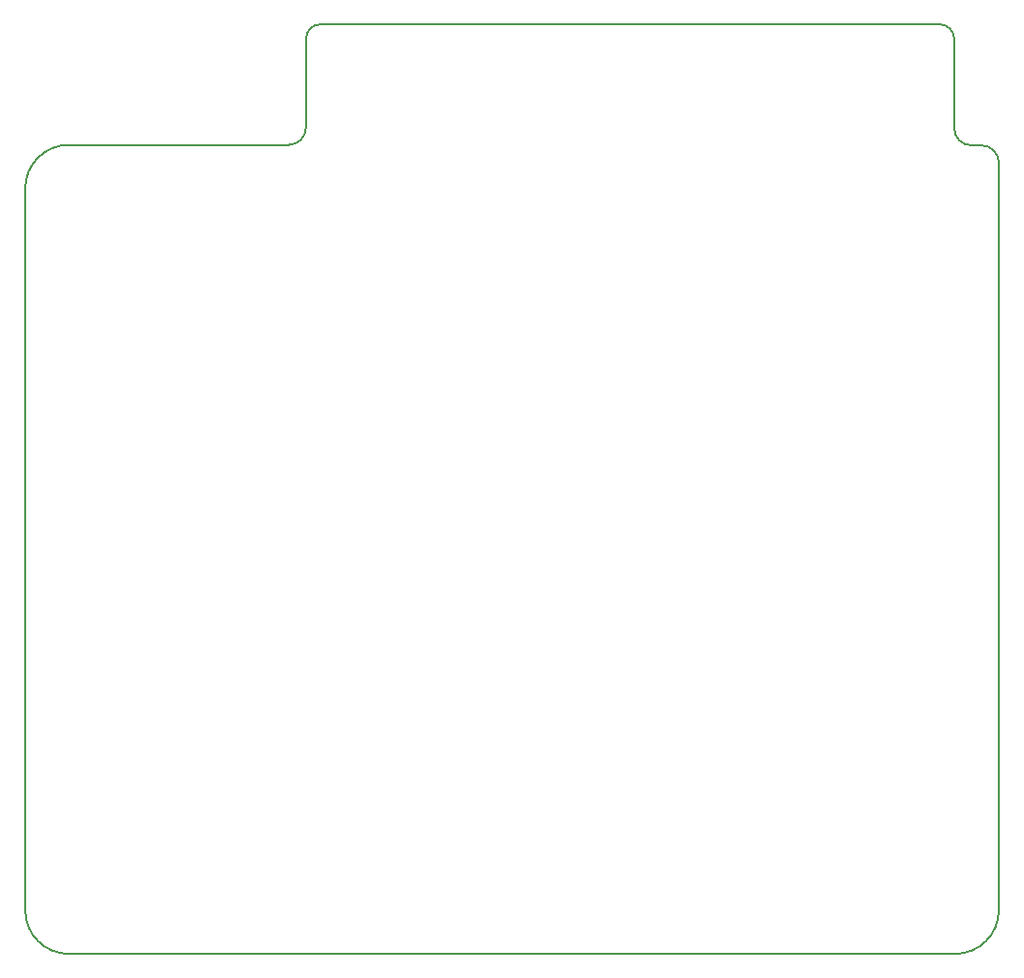
<source format=gbr>
G04 #@! TF.FileFunction,Profile,NP*
%FSLAX46Y46*%
G04 Gerber Fmt 4.6, Leading zero omitted, Abs format (unit mm)*
G04 Created by KiCad (PCBNEW 4.0.7) date 06/27/18 09:39:12*
%MOMM*%
%LPD*%
G01*
G04 APERTURE LIST*
%ADD10C,0.100000*%
%ADD11C,0.150000*%
G04 APERTURE END LIST*
D10*
D11*
X211607400Y-61391800D02*
X212471000Y-61391800D01*
X213995000Y-62915800D02*
G75*
G03X212471000Y-61391800I-1524000J0D01*
G01*
X210083400Y-59867800D02*
G75*
G03X211607400Y-61391800I1524000J0D01*
G01*
X210083400Y-52070000D02*
X210083400Y-59867800D01*
X154711400Y-50800000D02*
G75*
G03X153441400Y-52070000I0J-1270000D01*
G01*
X210083400Y-52070000D02*
G75*
G03X208813400Y-50800000I-1270000J0D01*
G01*
X210185000Y-132080000D02*
G75*
G03X213988350Y-128270006I-6650J3809994D01*
G01*
X128905006Y-128276650D02*
G75*
G03X132715000Y-132080000I3809994J6650D01*
G01*
X151917400Y-61341000D02*
G75*
G03X153441400Y-59817000I0J1524000D01*
G01*
X132708350Y-61341006D02*
G75*
G03X128905000Y-65151000I6650J-3809994D01*
G01*
X151917400Y-61341000D02*
X132700000Y-61341000D01*
X153441400Y-52070000D02*
X153441400Y-59817000D01*
X128905000Y-65151000D02*
X128905000Y-128276650D01*
X208813400Y-50800000D02*
X154711400Y-50800000D01*
X213995000Y-128270000D02*
X213995000Y-62915800D01*
X132715000Y-132080000D02*
X210185000Y-132080000D01*
M02*

</source>
